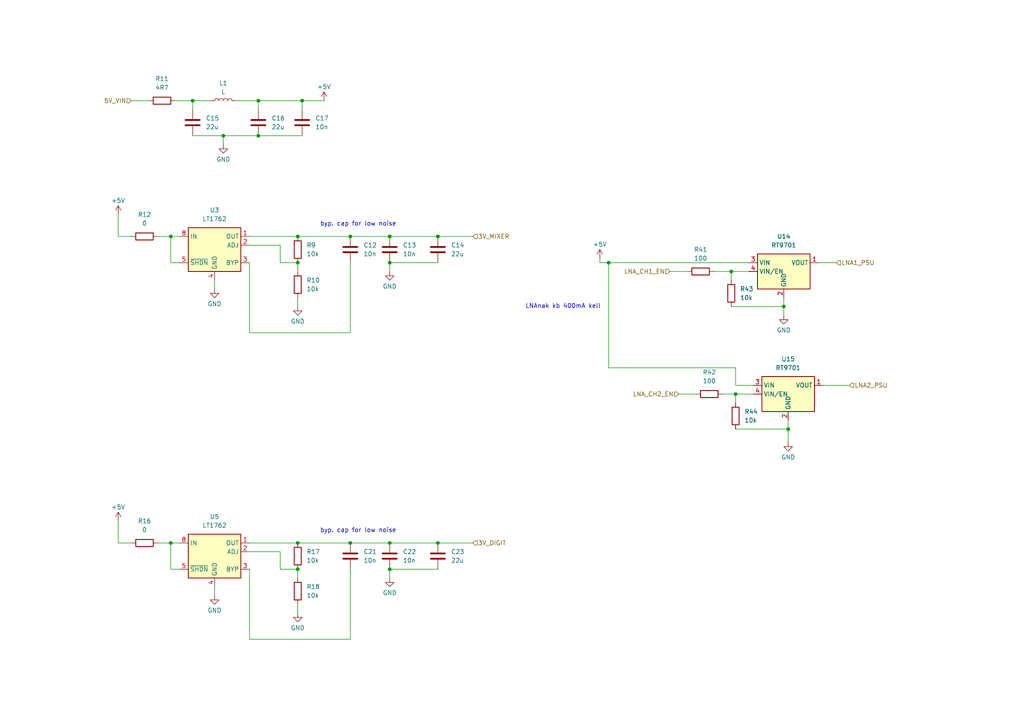
<source format=kicad_sch>
(kicad_sch (version 20250114) (generator "eeschema") (generator_version "9.0")
  (paper "A4")
  (lib_symbols
    (symbol "Device:C" (pin_numbers (hide yes)) (pin_names (offset 0.254))
      (property "Reference" "C" (at 0.635 2.54 0))
      (property "Value" "C" (at 0.635 -2.54 0))
      (symbol "C_0_1"
        (polyline (pts (xy -2.032 0.762) (xy 2.032 0.762)) (stroke (width 0.508)))
        (polyline (pts (xy -2.032 -0.762) (xy 2.032 -0.762)) (stroke (width 0.508)))
      )
      (symbol "C_1_1"
        (pin passive line (at 0 3.81 270) (length 2.794) (name "~") (number "1"))
        (pin passive line (at 0 -3.81 90) (length 2.794) (name "~") (number "2"))
      )
    )
    (symbol "Device:L" (pin_numbers (hide yes)) (pin_names (offset 1.016) (hide yes))
      (property "Reference" "L" (at -1.27 0 90))
      (property "Value" "L" (at 1.905 0 90))
      (symbol "L_0_1"
        (arc (start 0 2.54) (mid 0.6323 1.905) (end 0 1.27))
        (arc (start 0 1.27) (mid 0.6323 0.635) (end 0 0))
        (arc (start 0 0) (mid 0.6323 -0.635) (end 0 -1.27))
        (arc (start 0 -1.27) (mid 0.6323 -1.905) (end 0 -2.54))
      )
      (symbol "L_1_1"
        (pin passive line (at 0 3.81 270) (length 1.27) (name "1") (number "1"))
        (pin passive line (at 0 -3.81 90) (length 1.27) (name "2") (number "2"))
      )
    )
    (symbol "Device:R" (pin_numbers (hide yes)) (pin_names (offset 0))
      (property "Reference" "R" (at 2.032 0 90))
      (property "Value" "R" (at 0 0 90))
      (symbol "R_0_1"
        (rectangle (start -1.016 -2.54) (end 1.016 2.54) (stroke (width 0.254)))
      )
      (symbol "R_1_1"
        (pin passive line (at 0 3.81 270) (length 1.27) (name "~") (number "1"))
        (pin passive line (at 0 -3.81 90) (length 1.27) (name "~") (number "2"))
      )
    )
    (symbol "Power_Management:RT9701"
      (property "Reference" "U" (at 0 6.35 0))
      (property "Value" "RT9701" (at 5.08 -6.35 0))
      (symbol "RT9701_0_1"
        (rectangle (start -7.62 5.08) (end 7.62 -5.08) (stroke (width 0.254)) (fill (type background)))
      )
      (symbol "RT9701_1_1"
        (pin power_in line (at -10.16 2.54 0) (length 2.54) (name "VIN") (number "3"))
        (pin input line (at -10.16 0 0) (length 2.54) (name "VIN/EN") (number "4"))
        (pin power_in line (at 0 -7.62 90) (length 2.54) (name "GND") (number "2"))
        (pin power_out line (at 10.16 2.54 180) (length 2.54) (name "VOUT") (number "1"))
        (pin passive line (at 10.16 2.54 180) (length 2.54) (hide yes) (name "VOUT") (number "5"))
      )
    )
    (symbol "Regulator_Linear:LT1762"
      (property "Reference" "U" (at -7.62 8.89 0))
      (property "Value" "LT1762" (at 1.27 -6.35 0))
      (symbol "LT1762_0_1"
        (rectangle (start -7.62 7.62) (end 7.62 -5.08) (stroke (width 0.254)) (fill (type background)))
      )
      (symbol "LT1762_1_1"
        (pin power_in line (at -10.16 5.08 0) (length 2.54) (name "IN") (number "8"))
        (pin input line (at -10.16 -2.54 0) (length 2.54) (name "~{SHDN}") (number "5"))
        (pin power_in line (at 0 -7.62 90) (length 2.54) (name "GND") (number "4"))
        (pin no_connect line (at 2.54 5.08 90) (length 2.54) (hide yes) (name "NC") (number "6"))
        (pin no_connect line (at 2.54 2.54 90) (length 2.54) (hide yes) (name "NC") (number "7"))
        (pin power_out line (at 10.16 5.08 180) (length 2.54) (name "OUT") (number "1"))
        (pin input line (at 10.16 2.54 180) (length 2.54) (name "ADJ") (number "2"))
        (pin passive line (at 10.16 -2.54 180) (length 2.54) (name "BYP") (number "3"))
      )
    )
    (symbol "power:+5V" (power) (pin_numbers (hide yes)) (pin_names (offset 0) (hide yes))
      (property "Value" "+5V" (at 0 3.556 0))
      (symbol "+5V_0_1"
        (polyline (pts (xy -0.762 1.27) (xy 0 2.54)))
        (polyline (pts (xy 0 2.54) (xy 0.762 1.27)))
        (polyline (pts (xy 0 0) (xy 0 2.54)))
      )
      (symbol "+5V_1_1"
        (pin power_in line (at 0 0 90) (length 0) (name "~") (number "1"))
      )
    )
    (symbol "power:GND" (power) (pin_numbers (hide yes)) (pin_names (offset 0) (hide yes))
      (property "Value" "GND" (at 0 -3.81 0))
      (symbol "GND_0_1"
        (polyline (pts (xy 0 0) (xy 0 -1.27) (xy 1.27 -1.27) (xy 0 -2.54) (xy -1.27 -1.27) (xy 0 -1.27)))
      )
      (symbol "GND_1_1"
        (pin power_in line (at 0 0 270) (length 0) (name "~") (number "1"))
      )
    )
  )
  (text "LNAnak kb 400mA kell" (at 163.322 88.9 0) (effects (font (size 1.27 1.27))))
  (text "byp. cap for low noise" (at 103.886 65.024 0) (effects (font (size 1.27 1.27))))
  (text "byp. cap for low noise" (at 103.886 153.924 0) (effects (font (size 1.27 1.27))))
  (junction (at 86.36 165.1))
  (junction (at 176.53 76.2))
  (junction (at 127 157.48))
  (junction (at 87.63 29.21))
  (junction (at 49.53 157.48))
  (junction (at 227.33 88.9))
  (junction (at 64.77 39.37))
  (junction (at 74.93 29.21))
  (junction (at 86.36 68.58))
  (junction (at 113.03 157.48))
  (junction (at 86.36 76.2))
  (junction (at 213.36 114.3))
  (junction (at 101.6 68.58))
  (junction (at 55.88 29.21))
  (junction (at 113.03 68.58))
  (junction (at 86.36 157.48))
  (junction (at 74.93 39.37))
  (junction (at 113.03 165.1))
  (junction (at 228.6 124.46))
  (junction (at 113.03 76.2))
  (junction (at 49.53 68.58))
  (junction (at 212.09 78.74))
  (junction (at 101.6 157.48))
  (junction (at 127 68.58))
  (wire (pts (xy 55.88 29.21) (xy 60.96 29.21)))
  (wire (pts (xy 137.16 68.58) (xy 127 68.58)))
  (wire (pts (xy 113.03 157.48) (xy 101.6 157.48)))
  (wire (pts (xy 101.6 76.2) (xy 101.6 96.52)))
  (wire (pts (xy 101.6 185.42) (xy 72.39 185.42)))
  (wire (pts (xy 86.36 165.1) (xy 81.28 165.1)))
  (wire (pts (xy 81.28 165.1) (xy 81.28 160.02)))
  (wire (pts (xy 101.6 165.1) (xy 101.6 185.42)))
  (wire (pts (xy 86.36 76.2) (xy 86.36 78.74)))
  (wire (pts (xy 213.36 114.3) (xy 213.36 116.84)))
  (wire (pts (xy 238.76 111.76) (xy 246.38 111.76)))
  (wire (pts (xy 86.36 76.2) (xy 81.28 76.2)))
  (wire (pts (xy 213.36 106.68) (xy 213.36 111.76)))
  (wire (pts (xy 72.39 68.58) (xy 86.36 68.58)))
  (wire (pts (xy 237.49 76.2) (xy 242.57 76.2)))
  (wire (pts (xy 212.09 78.74) (xy 212.09 81.28)))
  (wire (pts (xy 72.39 157.48) (xy 86.36 157.48)))
  (wire (pts (xy 49.53 76.2) (xy 49.53 68.58)))
  (wire (pts (xy 34.29 68.58) (xy 38.1 68.58)))
  (wire (pts (xy 87.63 29.21) (xy 93.98 29.21)))
  (wire (pts (xy 113.03 68.58) (xy 127 68.58)))
  (wire (pts (xy 62.23 170.18) (xy 62.23 172.72)))
  (wire (pts (xy 52.07 76.2) (xy 49.53 76.2)))
  (wire (pts (xy 86.36 68.58) (xy 101.6 68.58)))
  (wire (pts (xy 64.77 39.37) (xy 74.93 39.37)))
  (wire (pts (xy 137.16 157.48) (xy 127 157.48)))
  (wire (pts (xy 74.93 29.21) (xy 87.63 29.21)))
  (wire (pts (xy 49.53 157.48) (xy 52.07 157.48)))
  (wire (pts (xy 81.28 76.2) (xy 81.28 71.12)))
  (wire (pts (xy 50.8 29.21) (xy 55.88 29.21)))
  (wire (pts (xy 113.03 76.2) (xy 113.03 78.74)))
  (wire (pts (xy 62.23 81.28) (xy 62.23 83.82)))
  (wire (pts (xy 74.93 31.75) (xy 74.93 29.21)))
  (wire (pts (xy 228.6 121.92) (xy 228.6 124.46)))
  (wire (pts (xy 86.36 86.36) (xy 86.36 88.9)))
  (wire (pts (xy 101.6 96.52) (xy 72.39 96.52)))
  (wire (pts (xy 45.72 68.58) (xy 49.53 68.58)))
  (wire (pts (xy 55.88 39.37) (xy 64.77 39.37)))
  (wire (pts (xy 213.36 124.46) (xy 228.6 124.46)))
  (wire (pts (xy 81.28 71.12) (xy 72.39 71.12)))
  (wire (pts (xy 209.55 114.3) (xy 213.36 114.3)))
  (wire (pts (xy 113.03 76.2) (xy 127 76.2)))
  (wire (pts (xy 86.36 157.48) (xy 101.6 157.48)))
  (wire (pts (xy 212.09 78.74) (xy 217.17 78.74)))
  (wire (pts (xy 52.07 165.1) (xy 49.53 165.1)))
  (wire (pts (xy 217.17 76.2) (xy 176.53 76.2)))
  (wire (pts (xy 72.39 185.42) (xy 72.39 165.1)))
  (wire (pts (xy 196.85 114.3) (xy 201.93 114.3)))
  (wire (pts (xy 113.03 165.1) (xy 113.03 167.64)))
  (wire (pts (xy 74.93 39.37) (xy 87.63 39.37)))
  (wire (pts (xy 227.33 86.36) (xy 227.33 88.9)))
  (wire (pts (xy 87.63 29.21) (xy 87.63 31.75)))
  (wire (pts (xy 173.99 76.2) (xy 176.53 76.2)))
  (wire (pts (xy 34.29 62.23) (xy 34.29 68.58)))
  (wire (pts (xy 34.29 151.13) (xy 34.29 157.48)))
  (wire (pts (xy 173.99 74.93) (xy 173.99 76.2)))
  (wire (pts (xy 64.77 39.37) (xy 64.77 41.91)))
  (wire (pts (xy 81.28 160.02) (xy 72.39 160.02)))
  (wire (pts (xy 86.36 165.1) (xy 86.36 167.64)))
  (wire (pts (xy 55.88 29.21) (xy 55.88 31.75)))
  (wire (pts (xy 227.33 88.9) (xy 227.33 91.44)))
  (wire (pts (xy 49.53 165.1) (xy 49.53 157.48)))
  (wire (pts (xy 113.03 68.58) (xy 101.6 68.58)))
  (wire (pts (xy 212.09 88.9) (xy 227.33 88.9)))
  (wire (pts (xy 194.31 78.74) (xy 199.39 78.74)))
  (wire (pts (xy 72.39 96.52) (xy 72.39 76.2)))
  (wire (pts (xy 176.53 76.2) (xy 176.53 106.68)))
  (wire (pts (xy 74.93 29.21) (xy 68.58 29.21)))
  (wire (pts (xy 34.29 157.48) (xy 38.1 157.48)))
  (wire (pts (xy 45.72 157.48) (xy 49.53 157.48)))
  (wire (pts (xy 113.03 157.48) (xy 127 157.48)))
  (wire (pts (xy 228.6 124.46) (xy 228.6 128.27)))
  (wire (pts (xy 213.36 114.3) (xy 218.44 114.3)))
  (wire (pts (xy 38.1 29.21) (xy 43.18 29.21)))
  (wire (pts (xy 213.36 111.76) (xy 218.44 111.76)))
  (wire (pts (xy 49.53 68.58) (xy 52.07 68.58)))
  (wire (pts (xy 86.36 175.26) (xy 86.36 177.8)))
  (wire (pts (xy 113.03 165.1) (xy 127 165.1)))
  (wire (pts (xy 176.53 106.68) (xy 213.36 106.68)))
  (wire (pts (xy 207.01 78.74) (xy 212.09 78.74)))
  (hierarchical_label "LNA_CH1_EN" (shape input) (at 194.31 78.74 180))
  (hierarchical_label "LNA2_PSU" (shape input) (at 246.38 111.76 0))
  (hierarchical_label "LNA1_PSU" (shape input) (at 242.57 76.2 0))
  (hierarchical_label "3V_DIGIT" (shape input) (at 137.16 157.48 0))
  (hierarchical_label "LNA_CH2_EN" (shape input) (at 196.85 114.3 180))
  (hierarchical_label "3V_MIXER" (shape input) (at 137.16 68.58 0))
  (hierarchical_label "5V_VIN" (shape input) (at 38.1 29.21 180))
  (symbol (lib_id "power:+5V") (at 34.29 151.13 0) (unit 1)
    (property "Reference" "#PWR01" (effects (hide yes)))
    (property "Value" "+5V" (at 34.29 147.066 0))
    (property "Description" "Power symbol creates a global label with name \"+5V\"" (effects (hide yes)))
  )
  (symbol (lib_id "Regulator_Linear:LT1762") (at 62.23 162.56 0) (unit 1)
    (property "Reference" "U5" (at 62.23 149.86 0))
    (property "Value" "LT1762" (at 62.23 152.4 0))
    (property "Footprint" "Package_SO:MSOP-8_3x3mm_P0.65mm" (effects (hide yes)))
    (property "Datasheet" "https://www.analog.com/media/en/technical-documentation/data-sheets/LT1762.pdf" (effects (hide yes)))
    (property "Description" "150mA, Adjustable, Low Noise, Micropower LDO Regulator, MSOP-8" (effects (hide yes)))
  )
  (symbol (lib_id "power:GND") (at 86.36 88.9 0) (unit 1)
    (property "Reference" "#PWR019" (effects (hide yes)))
    (property "Value" "GND" (at 86.36 93.218 0))
    (property "Description" "Power symbol creates a global label with name \"GND\" , ground" (effects (hide yes)))
  )
  (symbol (lib_id "Device:R") (at 86.36 82.55 0) (unit 1)
    (property "Reference" "R10" (at 88.9 81.2799 0) (effects (justify left)))
    (property "Value" "10k" (at 88.9 83.8199 0) (effects (justify left)))
    (property "Footprint" "Resistor_SMD:R_0603_1608Metric_Pad0.98x0.95mm_HandSolder" (effects (hide yes)))
    (property "Description" "Resistor" (effects (hide yes)))
  )
  (symbol (lib_id "Device:C") (at 55.88 35.56 0) (unit 1)
    (property "Reference" "C15" (at 59.69 34.2899 0) (effects (justify left)))
    (property "Value" "22u" (at 59.69 36.8299 0) (effects (justify left)))
    (property "Footprint" "Capacitor_SMD:C_0805_2012Metric_Pad1.18x1.45mm_HandSolder" (effects (hide yes)))
    (property "Description" "Unpolarized capacitor" (effects (hide yes)))
  )
  (symbol (lib_id "Device:C") (at 127 161.29 0) (unit 1)
    (property "Reference" "C23" (at 130.81 160.0199 0) (effects (justify left)))
    (property "Value" "22u" (at 130.81 162.5599 0) (effects (justify left)))
    (property "Footprint" "Capacitor_SMD:C_1206_3216Metric_Pad1.33x1.80mm_HandSolder" (effects (hide yes)))
    (property "Description" "Unpolarized capacitor" (effects (hide yes)))
  )
  (symbol (lib_id "Device:C") (at 127 72.39 0) (unit 1)
    (property "Reference" "C14" (at 130.81 71.1199 0) (effects (justify left)))
    (property "Value" "22u" (at 130.81 73.6599 0) (effects (justify left)))
    (property "Footprint" "Capacitor_SMD:C_1206_3216Metric_Pad1.33x1.80mm_HandSolder" (effects (hide yes)))
    (property "Description" "Unpolarized capacitor" (effects (hide yes)))
  )
  (symbol (lib_id "Device:C") (at 101.6 161.29 180) (unit 1)
    (property "Reference" "C21" (at 105.41 160.0199 0) (effects (justify right)))
    (property "Value" "10n" (at 105.41 162.5599 0) (effects (justify right)))
    (property "Footprint" "Capacitor_SMD:C_0603_1608Metric_Pad1.08x0.95mm_HandSolder" (effects (hide yes)))
    (property "Description" "Unpolarized capacitor" (effects (hide yes)))
  )
  (symbol (lib_id "Device:R") (at 86.36 72.39 0) (unit 1)
    (property "Reference" "R9" (at 88.9 71.1199 0) (effects (justify left)))
    (property "Value" "10k" (at 88.9 73.6599 0) (effects (justify left)))
    (property "Footprint" "Resistor_SMD:R_0603_1608Metric_Pad0.98x0.95mm_HandSolder" (effects (hide yes)))
    (property "Description" "Resistor" (effects (hide yes)))
  )
  (symbol (lib_id "Device:L") (at 64.77 29.21 90) (unit 1)
    (property "Reference" "L1" (at 64.77 24.13 90))
    (property "Value" "L" (at 64.77 26.67 90))
    (property "Footprint" "Inductor_SMD:L_0805_2012Metric_Pad1.05x1.20mm_HandSolder" (effects (hide yes)))
    (property "Description" "Inductor" (effects (hide yes)))
  )
  (symbol (lib_id "Device:R") (at 86.36 171.45 0) (unit 1)
    (property "Reference" "R18" (at 88.9 170.1799 0) (effects (justify left)))
    (property "Value" "10k" (at 88.9 172.7199 0) (effects (justify left)))
    (property "Footprint" "Resistor_SMD:R_0603_1608Metric_Pad0.98x0.95mm_HandSolder" (effects (hide yes)))
    (property "Description" "Resistor" (effects (hide yes)))
  )
  (symbol (lib_id "power:GND") (at 62.23 83.82 0) (unit 1)
    (property "Reference" "#PWR018" (effects (hide yes)))
    (property "Value" "GND" (at 62.23 88.138 0))
    (property "Description" "Power symbol creates a global label with name \"GND\" , ground" (effects (hide yes)))
  )
  (symbol (lib_id "Device:R") (at 41.91 157.48 90) (unit 1)
    (property "Reference" "R16" (at 41.91 151.13 90))
    (property "Value" "0" (at 41.91 153.67 90))
    (property "Footprint" "Resistor_SMD:R_0603_1608Metric_Pad0.98x0.95mm_HandSolder" (effects (hide yes)))
    (property "Description" "Resistor" (effects (hide yes)))
  )
  (symbol (lib_id "Power_Management:RT9701") (at 228.6 114.3 0) (unit 1)
    (property "Reference" "U15" (at 228.6 104.14 0))
    (property "Value" "RT9701" (at 228.6 106.68 0))
    (property "Footprint" "Package_TO_SOT_SMD:SOT-23-5_HandSoldering" (effects (hide yes)))
    (property "Datasheet" "https://www.richtek.com/Products/Power%20Switch/RT9701?sc_lang=en" (effects (hide yes)))
    (property "Description" "100 milliohm power distribution switch, SOT-25" (effects (hide yes)))
  )
  (symbol (lib_id "power:GND") (at 227.33 91.44 0) (unit 1)
    (property "Reference" "#PWR071" (effects (hide yes)))
    (property "Value" "GND" (at 227.33 95.758 0))
    (property "Description" "Power symbol creates a global label with name \"GND\" , ground" (effects (hide yes)))
  )
  (symbol (lib_id "Device:C") (at 113.03 161.29 0) (unit 1)
    (property "Reference" "C22" (at 116.84 160.0199 0) (effects (justify left)))
    (property "Value" "10n" (at 116.84 162.5599 0) (effects (justify left)))
    (property "Footprint" "Capacitor_SMD:C_0603_1608Metric_Pad1.08x0.95mm_HandSolder" (effects (hide yes)))
    (property "Description" "Unpolarized capacitor" (effects (hide yes)))
  )
  (symbol (lib_id "Device:R") (at 41.91 68.58 90) (unit 1)
    (property "Reference" "R12" (at 41.91 62.23 90))
    (property "Value" "0" (at 41.91 64.77 90))
    (property "Footprint" "Resistor_SMD:R_0603_1608Metric_Pad0.98x0.95mm_HandSolder" (effects (hide yes)))
    (property "Description" "Resistor" (effects (hide yes)))
  )
  (symbol (lib_id "Regulator_Linear:LT1762") (at 62.23 73.66 0) (unit 1)
    (property "Reference" "U3" (at 62.23 60.96 0))
    (property "Value" "LT1762" (at 62.23 63.5 0))
    (property "Footprint" "Package_SO:MSOP-8_3x3mm_P0.65mm" (effects (hide yes)))
    (property "Datasheet" "https://www.analog.com/media/en/technical-documentation/data-sheets/LT1762.pdf" (effects (hide yes)))
    (property "Description" "150mA, Adjustable, Low Noise, Micropower LDO Regulator, MSOP-8" (effects (hide yes)))
  )
  (symbol (lib_id "power:GND") (at 228.6 128.27 0) (unit 1)
    (property "Reference" "#PWR072" (effects (hide yes)))
    (property "Value" "GND" (at 228.6 132.588 0))
    (property "Description" "Power symbol creates a global label with name \"GND\" , ground" (effects (hide yes)))
  )
  (symbol (lib_id "Device:C") (at 113.03 72.39 0) (unit 1)
    (property "Reference" "C13" (at 116.84 71.1199 0) (effects (justify left)))
    (property "Value" "10n" (at 116.84 73.6599 0) (effects (justify left)))
    (property "Footprint" "Capacitor_SMD:C_0603_1608Metric_Pad1.08x0.95mm_HandSolder" (effects (hide yes)))
    (property "Description" "Unpolarized capacitor" (effects (hide yes)))
  )
  (symbol (lib_id "Device:R") (at 86.36 161.29 0) (unit 1)
    (property "Reference" "R17" (at 88.9 160.0199 0) (effects (justify left)))
    (property "Value" "10k" (at 88.9 162.5599 0) (effects (justify left)))
    (property "Footprint" "Resistor_SMD:R_0603_1608Metric_Pad0.98x0.95mm_HandSolder" (effects (hide yes)))
    (property "Description" "Resistor" (effects (hide yes)))
  )
  (symbol (lib_id "power:GND") (at 113.03 78.74 0) (unit 1)
    (property "Reference" "#PWR020" (effects (hide yes)))
    (property "Value" "GND" (at 113.03 83.058 0))
    (property "Description" "Power symbol creates a global label with name \"GND\" , ground" (effects (hide yes)))
  )
  (symbol (lib_id "Device:C") (at 101.6 72.39 180) (unit 1)
    (property "Reference" "C12" (at 105.41 71.1199 0) (effects (justify right)))
    (property "Value" "10n" (at 105.41 73.6599 0) (effects (justify right)))
    (property "Footprint" "Capacitor_SMD:C_0603_1608Metric_Pad1.08x0.95mm_HandSolder" (effects (hide yes)))
    (property "Description" "Unpolarized capacitor" (effects (hide yes)))
  )
  (symbol (lib_id "power:GND") (at 113.03 167.64 0) (unit 1)
    (property "Reference" "#PWR029" (effects (hide yes)))
    (property "Value" "GND" (at 113.03 171.958 0))
    (property "Description" "Power symbol creates a global label with name \"GND\" , ground" (effects (hide yes)))
  )
  (symbol (lib_id "power:+5V") (at 173.99 74.93 0) (unit 1)
    (property "Reference" "#PWR023" (effects (hide yes)))
    (property "Value" "+5V" (at 173.99 70.866 0))
    (property "Description" "Power symbol creates a global label with name \"+5V\"" (effects (hide yes)))
  )
  (symbol (lib_id "Device:R") (at 212.09 85.09 0) (unit 1)
    (property "Reference" "R43" (at 214.63 83.8199 0) (effects (justify left)))
    (property "Value" "10k" (at 214.63 86.3599 0) (effects (justify left)))
    (property "Footprint" "Resistor_SMD:R_0603_1608Metric_Pad0.98x0.95mm_HandSolder" (effects (hide yes)))
    (property "Description" "Resistor" (effects (hide yes)))
  )
  (symbol (lib_id "power:GND") (at 64.77 41.91 0) (unit 1)
    (property "Reference" "#PWR022" (effects (hide yes)))
    (property "Value" "GND" (at 64.77 46.228 0))
    (property "Description" "Power symbol creates a global label with name \"GND\" , ground" (effects (hide yes)))
  )
  (symbol (lib_id "Device:C") (at 74.93 35.56 0) (unit 1)
    (property "Reference" "C16" (at 78.74 34.2899 0) (effects (justify left)))
    (property "Value" "22u" (at 78.74 36.8299 0) (effects (justify left)))
    (property "Footprint" "Capacitor_SMD:C_0805_2012Metric_Pad1.18x1.45mm_HandSolder" (effects (hide yes)))
    (property "Description" "Unpolarized capacitor" (effects (hide yes)))
  )
  (symbol (lib_id "power:GND") (at 86.36 177.8 0) (unit 1)
    (property "Reference" "#PWR028" (effects (hide yes)))
    (property "Value" "GND" (at 86.36 182.118 0))
    (property "Description" "Power symbol creates a global label with name \"GND\" , ground" (effects (hide yes)))
  )
  (symbol (lib_id "power:GND") (at 62.23 172.72 0) (unit 1)
    (property "Reference" "#PWR027" (effects (hide yes)))
    (property "Value" "GND" (at 62.23 177.038 0))
    (property "Description" "Power symbol creates a global label with name \"GND\" , ground" (effects (hide yes)))
  )
  (symbol (lib_id "Device:R") (at 203.2 78.74 90) (unit 1)
    (property "Reference" "R41" (at 203.2 72.39 90))
    (property "Value" "100" (at 203.2 74.93 90))
    (property "Footprint" "Resistor_SMD:R_0603_1608Metric_Pad0.98x0.95mm_HandSolder" (effects (hide yes)))
    (property "Description" "Resistor" (effects (hide yes)))
  )
  (symbol (lib_id "Device:R") (at 46.99 29.21 90) (unit 1)
    (property "Reference" "R11" (at 46.99 22.86 90))
    (property "Value" "4R7" (at 46.99 25.4 90))
    (property "Footprint" "Resistor_SMD:R_0805_2012Metric_Pad1.20x1.40mm_HandSolder" (effects (hide yes)))
    (property "Description" "Resistor" (effects (hide yes)))
  )
  (symbol (lib_id "power:+5V") (at 34.29 62.23 0) (unit 1)
    (property "Reference" "#PWR017" (effects (hide yes)))
    (property "Value" "+5V" (at 34.29 58.166 0))
    (property "Description" "Power symbol creates a global label with name \"+5V\"" (effects (hide yes)))
  )
  (symbol (lib_id "power:+5V") (at 93.98 29.21 0) (unit 1)
    (property "Reference" "#PWR021" (effects (hide yes)))
    (property "Value" "+5V" (at 93.98 25.146 0))
    (property "Description" "Power symbol creates a global label with name \"+5V\"" (effects (hide yes)))
  )
  (symbol (lib_id "Device:R") (at 213.36 120.65 180) (unit 1)
    (property "Reference" "R44" (at 215.9 119.3799 0) (effects (justify right)))
    (property "Value" "10k" (at 215.9 121.9199 0) (effects (justify right)))
    (property "Footprint" "Resistor_SMD:R_0603_1608Metric_Pad0.98x0.95mm_HandSolder" (effects (hide yes)))
    (property "Description" "Resistor" (effects (hide yes)))
  )
  (symbol (lib_id "Device:C") (at 87.63 35.56 180) (unit 1)
    (property "Reference" "C17" (at 91.44 34.2899 0) (effects (justify right)))
    (property "Value" "10n" (at 91.44 36.8299 0) (effects (justify right)))
    (property "Footprint" "Capacitor_SMD:C_0603_1608Metric_Pad1.08x0.95mm_HandSolder" (effects (hide yes)))
    (property "Description" "Unpolarized capacitor" (effects (hide yes)))
  )
  (symbol (lib_id "Power_Management:RT9701") (at 227.33 78.74 0) (unit 1)
    (property "Reference" "U14" (at 227.33 68.58 0))
    (property "Value" "RT9701" (at 227.33 71.12 0))
    (property "Footprint" "Package_TO_SOT_SMD:SOT-23-5_HandSoldering" (effects (hide yes)))
    (property "Datasheet" "https://www.richtek.com/Products/Power%20Switch/RT9701?sc_lang=en" (effects (hide yes)))
    (property "Description" "100 milliohm power distribution switch, SOT-25" (effects (hide yes)))
  )
  (symbol (lib_id "Device:R") (at 205.74 114.3 90) (unit 1)
    (property "Reference" "R42" (at 205.74 107.95 90))
    (property "Value" "100" (at 205.74 110.49 90))
    (property "Footprint" "Resistor_SMD:R_0603_1608Metric_Pad0.98x0.95mm_HandSolder" (effects (hide yes)))
    (property "Description" "Resistor" (effects (hide yes)))
  )
)
</source>
